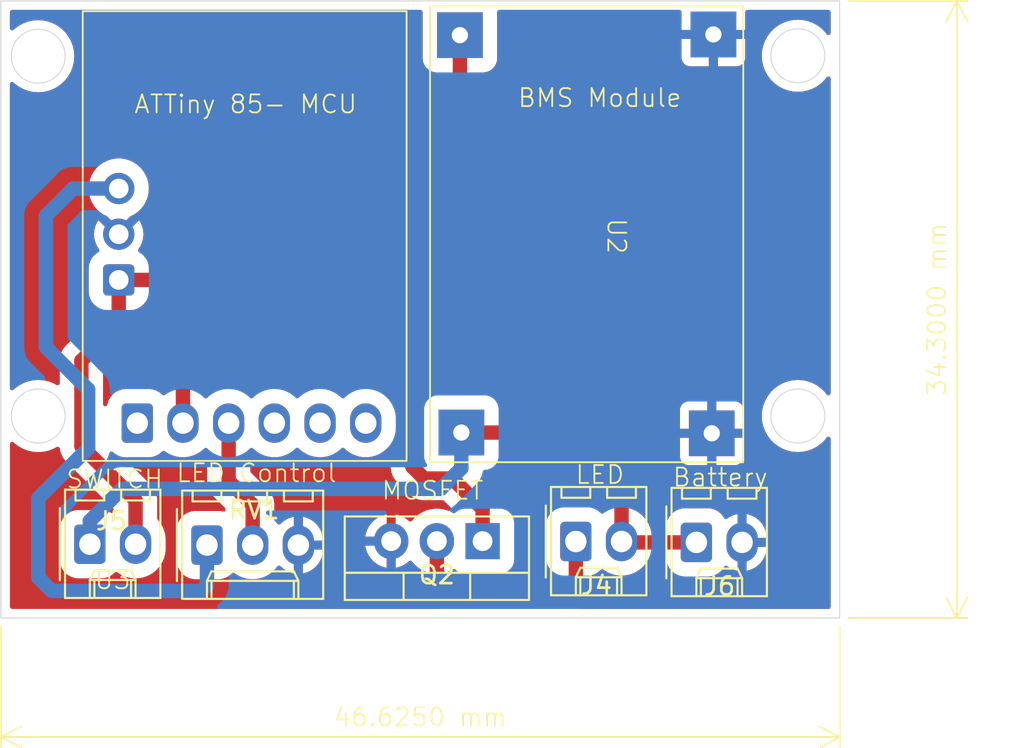
<source format=kicad_pcb>
(kicad_pcb (version 20240108) (generator "pcbnew") (generator_version "8.0")
  (layers (0 "F.Cu" signal) (31 "B.Cu" signal) (34 "B.Paste" user) (35 "F.Paste" user) (36 "B.SilkS" user "B.Silkscreen") (37 "F.SilkS" user "F.Silkscreen") (38 "B.Mask" user) (39 "F.Mask" user) (44 "Edge.Cuts" user))
  (net 0 "")
  (net 1 "GND")
  (net 2 "Net-(Q2-D)")
  (net 3 "VCC")
  (net 4 "VBUS")
  (net 5 "Net-(Q2-G)")
  (net 6 "+5V")
  (net 7 "ADC_IN")
  (footprint "Connector_Molex:Molex_KK-254_AE-6410-02A_1x02_P2.54mm_Vertical" (layer "F.Cu") (at 150.385 54.525)
    (property "Reference" "J6" (at 1.295 2.435 0) (layer "F.SilkS"))
    (property "Value" "Battery")
    (fp_line (start -1.67 -2) (end -1.67 2) (stroke (width 0.12)) (layer "F.SilkS"))
    (fp_line (start -1.38 -3.03) (end -1.38 2.99) (stroke (width 0.12)) (layer "F.SilkS"))
    (fp_line (start -1.38 2.99) (end 3.92 2.99) (stroke (width 0.12)) (layer "F.SilkS"))
    (fp_line (start -0.8 -3.03) (end -0.8 -2.43) (stroke (width 0.12)) (layer "F.SilkS"))
    (fp_line (start -0.8 -2.43) (end 0.8 -2.43) (stroke (width 0.12)) (layer "F.SilkS"))
    (fp_line (start 0 1.99) (end 0.25 1.46) (stroke (width 0.12)) (layer "F.SilkS"))
    (fp_line (start 0 1.99) (end 2.54 1.99) (stroke (width 0.12)) (layer "F.SilkS"))
    (fp_line (start 0 2.99) (end 0 1.99) (stroke (width 0.12)) (layer "F.SilkS"))
    (fp_line (start 0.25 1.46) (end 2.29 1.46) (stroke (width 0.12)) (layer "F.SilkS"))
    (fp_line (start 0.25 2.99) (end 0.25 1.99) (stroke (width 0.12)) (layer "F.SilkS"))
    (fp_line (start 0.8 -2.43) (end 0.8 -3.03) (stroke (width 0.12)) (layer "F.SilkS"))
    (fp_line (start 1.74 -3.03) (end 1.74 -2.43) (stroke (width 0.12)) (layer "F.SilkS"))
    (fp_line (start 1.74 -2.43) (end 3.34 -2.43) (stroke (width 0.12)) (layer "F.SilkS"))
    (fp_line (start 2.29 1.46) (end 2.54 1.99) (stroke (width 0.12)) (layer "F.SilkS"))
    (fp_line (start 2.29 2.99) (end 2.29 1.99) (stroke (width 0.12)) (layer "F.SilkS"))
    (fp_line (start 2.54 1.99) (end 2.54 2.99) (stroke (width 0.12)) (layer "F.SilkS"))
    (fp_line (start 3.34 -2.43) (end 3.34 -3.03) (stroke (width 0.12)) (layer "F.SilkS"))
    (fp_line (start 3.92 -3.03) (end -1.38 -3.03) (stroke (width 0.12)) (layer "F.SilkS"))
    (fp_line (start 3.92 2.99) (end 3.92 -3.03) (stroke (width 0.12)) (layer "F.SilkS"))
    (pad "1" thru_hole roundrect (at 0 0) (size 1.74 2.19) (drill 1.19) (layers "*.Cu" "*.Mask") (roundrect_rratio 0.143678) (net 3 "VCC"))
    (pad "2" thru_hole oval (at 2.54 0) (size 1.74 2.19) (drill 1.19) (layers "*.Cu" "*.Mask") (net 1 "GND"))
  )
  (footprint "User:TP5100" (layer "F.Cu") (at 145.45 37.5 -90)
    (property "Reference" "U2" (at 0 -0.5 -90) (layer "F.SilkS") (effects (font (thickness 0.1))))
    (property "Value" "~")
    (fp_rect (start -12.77 -7.54) (end 12.57 9.87) (stroke (width 0.1)) (fill none) (layer "F.SilkS"))
    (pad "1" thru_hole rect (at -11.17 8.21 270) (size 2.54 2.54) (drill 0.9) (layers "*.Cu" "*.Mask") (net 4 "VBUS"))
    (pad "2" thru_hole rect (at -11.21 -5.88 270) (size 2.54 2.54) (drill 0.9) (layers "*.Cu" "*.Mask") (net 1 "GND"))
    (pad "3" thru_hole rect (at 10.92 8.13 270) (size 2.54 2.54) (drill 0.9) (layers "*.Cu" "*.Mask") (net 3 "VCC"))
    (pad "4" thru_hole rect (at 10.96 -5.79 270) (size 2.54 2.54) (drill 0.9) (layers "*.Cu" "*.Mask") (net 1 "GND"))
  )
  (footprint "Connector_Molex:Molex_KK-254_AE-6410-02A_1x02_P2.54mm_Vertical" (layer "F.Cu") (at 116.67 54.625)
    (property "Reference" "J5" (at 1.2 -1.285 0) (layer "F.SilkS"))
    (property "Value" "Switch")
    (fp_line (start -1.67 -2) (end -1.67 2) (stroke (width 0.12)) (layer "F.SilkS"))
    (fp_line (start -1.38 -3.03) (end -1.38 2.99) (stroke (width 0.12)) (layer "F.SilkS"))
    (fp_line (start -1.38 2.99) (end 3.92 2.99) (stroke (width 0.12)) (layer "F.SilkS"))
    (fp_line (start -0.8 -3.03) (end -0.8 -2.43) (stroke (width 0.12)) (layer "F.SilkS"))
    (fp_line (start -0.8 -2.43) (end 0.8 -2.43) (stroke (width 0.12)) (layer "F.SilkS"))
    (fp_line (start 0 1.99) (end 0.25 1.46) (stroke (width 0.12)) (layer "F.SilkS"))
    (fp_line (start 0 1.99) (end 2.54 1.99) (stroke (width 0.12)) (layer "F.SilkS"))
    (fp_line (start 0 2.99) (end 0 1.99) (stroke (width 0.12)) (layer "F.SilkS"))
    (fp_line (start 0.25 1.46) (end 2.29 1.46) (stroke (width 0.12)) (layer "F.SilkS"))
    (fp_line (start 0.25 2.99) (end 0.25 1.99) (stroke (width 0.12)) (layer "F.SilkS"))
    (fp_line (start 0.8 -2.43) (end 0.8 -3.03) (stroke (width 0.12)) (layer "F.SilkS"))
    (fp_line (start 1.74 -3.03) (end 1.74 -2.43) (stroke (width 0.12)) (layer "F.SilkS"))
    (fp_line (start 1.74 -2.43) (end 3.34 -2.43) (stroke (width 0.12)) (layer "F.SilkS"))
    (fp_line (start 2.29 1.46) (end 2.54 1.99) (stroke (width 0.12)) (layer "F.SilkS"))
    (fp_line (start 2.29 2.99) (end 2.29 1.99) (stroke (width 0.12)) (layer "F.SilkS"))
    (fp_line (start 2.54 1.99) (end 2.54 2.99) (stroke (width 0.12)) (layer "F.SilkS"))
    (fp_line (start 3.34 -2.43) (end 3.34 -3.03) (stroke (width 0.12)) (layer "F.SilkS"))
    (fp_line (start 3.92 -3.03) (end -1.38 -3.03) (stroke (width 0.12)) (layer "F.SilkS"))
    (fp_line (start 3.92 2.99) (end 3.92 -3.03) (stroke (width 0.12)) (layer "F.SilkS"))
    (pad "1" thru_hole roundrect (at 0 0) (size 1.74 2.19) (drill 1.19) (layers "*.Cu" "*.Mask") (roundrect_rratio 0.143678) (net 3 "VCC"))
    (pad "2" thru_hole oval (at 2.54 0) (size 1.74 2.19) (drill 1.19) (layers "*.Cu" "*.Mask") (net 4 "VBUS"))
  )
  (footprint "gynoCam:attiny85-digispark" (layer "F.Cu") (at 112.635 51.715)
    (property "Reference" "U3" (at 5.305 4.9 0) (layer "F.SilkS") (effects (font (thickness 0.1))))
    (property "Value" "~")
    (fp_rect (start 3.64 -26.72) (end 21.64 -1.72) (stroke (width 0.1)) (fill none) (layer "F.SilkS"))
    (pad "1" thru_hole circle (at 5.64 -16.86 90) (size 1.74 1.74) (drill 1.09) (layers "*.Cu" "*.Mask") (net 6 "+5V"))
    (pad "2" thru_hole circle (at 5.64 -14.32 90) (size 1.74 1.74) (drill 1.09) (layers "*.Cu" "*.Mask") (net 1 "GND"))
    (pad "3" thru_hole roundrect (at 5.64 -11.78 90) (size 1.74 1.74) (drill 1.09) (layers "*.Cu" "*.Mask") (roundrect_rratio 0.143678) (net 4 "VBUS"))
    (pad "4" thru_hole roundrect (at 6.67 -3.82) (size 1.74 2.19) (drill 1.19) (layers "*.Cu" "*.Mask") (roundrect_rratio 0.143678))
    (pad "5" thru_hole oval (at 9.21 -3.82) (size 1.74 2.19) (drill 1.19) (layers "*.Cu" "*.Mask") (net 5 "Net-(Q2-G)"))
    (pad "6" thru_hole oval (at 11.75 -3.82) (size 1.74 2.19) (drill 1.19) (layers "*.Cu" "*.Mask") (net 7 "ADC_IN"))
    (pad "7" thru_hole oval (at 14.29 -3.82) (size 1.74 2.19) (drill 1.19) (layers "*.Cu" "*.Mask"))
    (pad "8" thru_hole oval (at 16.83 -3.82) (size 1.74 2.19) (drill 1.19) (layers "*.Cu" "*.Mask"))
    (pad "9" thru_hole oval (at 19.37 -3.82) (size 1.74 2.19) (drill 1.19) (layers "*.Cu" "*.Mask"))
  )
  (footprint "Package_TO_SOT_THT:TO-220-3_Vertical" (layer "F.Cu") (at 138.5 54.455 180)
    (property "Reference" "Q2" (at 2.54 -1.88 0) (layer "F.SilkS"))
    (property "Value" "IRLZ44N")
    (fp_line (start 7.66 -3.27) (end 7.66 1.371) (stroke (width 0.12)) (layer "F.SilkS"))
    (fp_line (start 4.391 -3.27) (end 4.391 -1.76) (stroke (width 0.12)) (layer "F.SilkS"))
    (fp_line (start 0.69 -3.27) (end 0.69 -1.76) (stroke (width 0.12)) (layer "F.SilkS"))
    (fp_line (start -2.58 1.371) (end 7.66 1.371) (stroke (width 0.12)) (layer "F.SilkS"))
    (fp_line (start -2.58 -1.76) (end 7.66 -1.76) (stroke (width 0.12)) (layer "F.SilkS"))
    (fp_line (start -2.58 -3.27) (end 7.66 -3.27) (stroke (width 0.12)) (layer "F.SilkS"))
    (fp_line (start -2.58 -3.27) (end -2.58 1.371) (stroke (width 0.12)) (layer "F.SilkS"))
    (pad "1" thru_hole rect (at 0 0 180) (size 1.905 2) (drill 1.1) (layers "*.Cu" "*.Mask") (net 5 "Net-(Q2-G)"))
    (pad "2" thru_hole oval (at 2.54 0 180) (size 1.905 2) (drill 1.1) (layers "*.Cu" "*.Mask") (net 2 "Net-(Q2-D)"))
    (pad "3" thru_hole oval (at 5.08 0 180) (size 1.905 2) (drill 1.1) (layers "*.Cu" "*.Mask") (net 1 "GND"))
  )
  (footprint "Connector_Molex:Molex_KK-254_AE-6410-02A_1x02_P2.54mm_Vertical" (layer "F.Cu") (at 143.685 54.475)
    (property "Reference" "J4" (at 1.145 2.445 0) (layer "F.SilkS"))
    (property "Value" "Led")
    (fp_line (start -1.67 -2) (end -1.67 2) (stroke (width 0.12)) (layer "F.SilkS"))
    (fp_line (start -1.38 -3.03) (end -1.38 2.99) (stroke (width 0.12)) (layer "F.SilkS"))
    (fp_line (start -1.38 2.99) (end 3.92 2.99) (stroke (width 0.12)) (layer "F.SilkS"))
    (fp_line (start -0.8 -3.03) (end -0.8 -2.43) (stroke (width 0.12)) (layer "F.SilkS"))
    (fp_line (start -0.8 -2.43) (end 0.8 -2.43) (stroke (width 0.12)) (layer "F.SilkS"))
    (fp_line (start 0 1.99) (end 0.25 1.46) (stroke (width 0.12)) (layer "F.SilkS"))
    (fp_line (start 0 1.99) (end 2.54 1.99) (stroke (width 0.12)) (layer "F.SilkS"))
    (fp_line (start 0 2.99) (end 0 1.99) (stroke (width 0.12)) (layer "F.SilkS"))
    (fp_line (start 0.25 1.46) (end 2.29 1.46) (stroke (width 0.12)) (layer "F.SilkS"))
    (fp_line (start 0.25 2.99) (end 0.25 1.99) (stroke (width 0.12)) (layer "F.SilkS"))
    (fp_line (start 0.8 -2.43) (end 0.8 -3.03) (stroke (width 0.12)) (layer "F.SilkS"))
    (fp_line (start 1.74 -3.03) (end 1.74 -2.43) (stroke (width 0.12)) (layer "F.SilkS"))
    (fp_line (start 1.74 -2.43) (end 3.34 -2.43) (stroke (width 0.12)) (layer "F.SilkS"))
    (fp_line (start 2.29 1.46) (end 2.54 1.99) (stroke (width 0.12)) (layer "F.SilkS"))
    (fp_line (start 2.29 2.99) (end 2.29 1.99) (stroke (width 0.12)) (layer "F.SilkS"))
    (fp_line (start 2.54 1.99) (end 2.54 2.99) (stroke (width 0.12)) (layer "F.SilkS"))
    (fp_line (start 3.34 -2.43) (end 3.34 -3.03) (stroke (width 0.12)) (layer "F.SilkS"))
    (fp_line (start 3.92 -3.03) (end -1.38 -3.03) (stroke (width 0.12)) (layer "F.SilkS"))
    (fp_line (start 3.92 2.99) (end 3.92 -3.03) (stroke (width 0.12)) (layer "F.SilkS"))
    (pad "1" thru_hole roundrect (at 0 0) (size 1.74 2.19) (drill 1.19) (layers "*.Cu" "*.Mask") (roundrect_rratio 0.143678) (net 2 "Net-(Q2-D)"))
    (pad "2" thru_hole oval (at 2.54 0) (size 1.74 2.19) (drill 1.19) (layers "*.Cu" "*.Mask") (net 3 "VCC"))
  )
  (footprint "Connector_Molex:Molex_KK-254_AE-6410-03A_1x03_P2.54mm_Vertical" (layer "F.Cu") (at 123.18 54.675)
    (property "Reference" "RV1" (at 2.62 -1.955 0) (layer "F.SilkS"))
    (property "Value" "R_Potentiometer_US")
    (fp_line (start -1.67 -2) (end -1.67 2) (stroke (width 0.12)) (layer "F.SilkS"))
    (fp_line (start -1.38 -3.03) (end -1.38 2.99) (stroke (width 0.12)) (layer "F.SilkS"))
    (fp_line (start -1.38 2.99) (end 6.46 2.99) (stroke (width 0.12)) (layer "F.SilkS"))
    (fp_line (start -0.8 -3.03) (end -0.8 -2.43) (stroke (width 0.12)) (layer "F.SilkS"))
    (fp_line (start -0.8 -2.43) (end 0.8 -2.43) (stroke (width 0.12)) (layer "F.SilkS"))
    (fp_line (start 0 1.99) (end 0.25 1.46) (stroke (width 0.12)) (layer "F.SilkS"))
    (fp_line (start 0 1.99) (end 5.08 1.99) (stroke (width 0.12)) (layer "F.SilkS"))
    (fp_line (start 0 2.99) (end 0 1.99) (stroke (width 0.12)) (layer "F.SilkS"))
    (fp_line (start 0.25 1.46) (end 4.83 1.46) (stroke (width 0.12)) (layer "F.SilkS"))
    (fp_line (start 0.25 2.99) (end 0.25 1.99) (stroke (width 0.12)) (layer "F.SilkS"))
    (fp_line (start 0.8 -2.43) (end 0.8 -3.03) (stroke (width 0.12)) (layer "F.SilkS"))
    (fp_line (start 1.74 -3.03) (end 1.74 -2.43) (stroke (width 0.12)) (layer "F.SilkS"))
    (fp_line (start 1.74 -2.43) (end 3.34 -2.43) (stroke (width 0.12)) (layer "F.SilkS"))
    (fp_line (start 3.34 -2.43) (end 3.34 -3.03) (stroke (width 0.12)) (layer "F.SilkS"))
    (fp_line (start 4.28 -3.03) (end 4.28 -2.43) (stroke (width 0.12)) (layer "F.SilkS"))
    (fp_line (start 4.28 -2.43) (end 5.88 -2.43) (stroke (width 0.12)) (layer "F.SilkS"))
    (fp_line (start 4.83 1.46) (end 5.08 1.99) (stroke (width 0.12)) (layer "F.SilkS"))
    (fp_line (start 4.83 2.99) (end 4.83 1.99) (stroke (width 0.12)) (layer "F.SilkS"))
    (fp_line (start 5.08 1.99) (end 5.08 2.99) (stroke (width 0.12)) (layer "F.SilkS"))
    (fp_line (start 5.88 -2.43) (end 5.88 -3.03) (stroke (width 0.12)) (layer "F.SilkS"))
    (fp_line (start 6.46 -3.03) (end -1.38 -3.03) (stroke (width 0.12)) (layer "F.SilkS"))
    (fp_line (start 6.46 2.99) (end 6.46 -3.03) (stroke (width 0.12)) (layer "F.SilkS"))
    (pad "1" thru_hole roundrect (at 0 0) (size 1.74 2.19) (drill 1.19) (layers "*.Cu" "*.Mask") (roundrect_rratio 0.143678) (net 6 "+5V"))
    (pad "2" thru_hole oval (at 2.54 0) (size 1.74 2.19) (drill 1.19) (layers "*.Cu" "*.Mask") (net 7 "ADC_IN"))
    (pad "3" thru_hole oval (at 5.08 0) (size 1.74 2.19) (drill 1.19) (layers "*.Cu" "*.Mask") (net 1 "GND"))
  )
  (gr_rect (start 111.725 24.425) (end 158.35 58.725) (stroke (width 0.05)) (fill none) (layer "Edge.Cuts"))
  (gr_circle (center 113.8 27.5) (end 115.3 27.5) (stroke (width 0.05)) (fill none) (layer "Edge.Cuts"))
  (gr_circle (center 156.025 47.5) (end 157.525 47.5) (stroke (width 0.05)) (fill none) (layer "Edge.Cuts"))
  (gr_circle (center 156.025 27.475) (end 157.525 27.475) (stroke (width 0.05)) (fill none) (layer "Edge.Cuts"))
  (gr_circle (center 113.8 47.5) (end 115.3 47.5) (stroke (width 0.05)) (fill none) (layer "Edge.Cuts"))
  (gr_text "LED Control" (at 121.41 51.255 0) (layer "F.SilkS") (effects (font (size 1 1) (thickness 0.1)) (justify left bottom)))
  (gr_text "ATTiny 85- MCU" (at 119.075 30.75 0) (layer "F.SilkS") (effects (font (size 1 1) (thickness 0.1)) (justify left bottom)))
  (gr_text "BMS Module" (at 140.4 30.4 0) (layer "F.SilkS") (effects (font (size 1 1) (thickness 0.1)) (justify left bottom)))
  (gr_text "Battery" (at 149.005 51.495 0) (layer "F.SilkS") (effects (font (size 1 1) (thickness 0.1)) (justify left bottom)))
  (gr_text "LED" (at 143.6 51.35 0) (layer "F.SilkS") (effects (font (size 1 1) (thickness 0.1)) (justify left bottom)))
  (gr_text "SWITCH" (at 115.29 51.595 0) (layer "F.SilkS") (effects (font (size 1 1) (thickness 0.1)) (justify left bottom)))
  (gr_text "MOSFET" (at 132.825 52.225 0) (layer "F.SilkS") (effects (font (size 1 1) (thickness 0.1)) (justify left bottom)))
  (dimension (type aligned) (layer "F.SilkS") (pts (xy 158.35 24.425) (xy 158.35 58.725)) (height -6.51) (gr_text "34.3000 mm" (at 163.76 41.575 90) (layer "F.SilkS") (effects (font (size 1 1) (thickness 0.1)))) (format (prefix "") (suffix "") (units 3) (units_format 1) (precision 4)) (style (thickness 0.1) (arrow_length 1.27) (text_position_mode 0) (extension_height 0.58642) (extension_offset 0.5) keep_text_aligned))
  (dimension (type aligned) (layer "F.SilkS") (pts (xy 111.725 58.725) (xy 158.35 58.725)) (height 6.615) (gr_text "46.6250 mm" (at 135.0375 64.24 0) (layer "F.SilkS") (effects (font (size 1 1) (thickness 0.1)))) (format (prefix "") (suffix "") (units 3) (units_format 1) (precision 4)) (style (thickness 0.1) (arrow_length 1.27) (text_position_mode 0) (extension_height 0.58642) (extension_offset 0.5) keep_text_aligned))
  (segment (start 135.96 54.455) (end 135.96 56.2675) (width 0.8) (layer "F.Cu") (net 2))
  (segment (start 136.5925 56.9) (end 143.3 56.9) (width 0.8) (layer "F.Cu") (net 2))
  (segment (start 143.685 56.515) (end 143.685 54.475) (width 0.8) (layer "F.Cu") (net 2))
  (segment (start 143.3 56.9) (end 143.685 56.515) (width 0.8) (layer "F.Cu") (net 2))
  (segment (start 135.96 56.2675) (end 136.5925 56.9) (width 0.8) (layer "F.Cu") (net 2))
  (segment (start 146.275 54.525) (end 146.225 54.475) (width 0.8) (layer "F.Cu") (net 3))
  (segment (start 150.385 54.525) (end 146.275 54.525) (width 0.8) (layer "F.Cu") (net 3))
  (segment (start 144.845 48.42) (end 137.32 48.42) (width 0.8) (layer "F.Cu") (net 3))
  (segment (start 146.225 49.8) (end 144.845 48.42) (width 0.8) (layer "F.Cu") (net 3))
  (segment (start 146.225 54.475) (end 146.225 49.8) (width 0.8) (layer "F.Cu") (net 3))
  (segment (start 116.67 53.33) (end 118.45 51.55) (width 0.8) (layer "B.Cu") (net 3))
  (segment (start 137.32 50.405) (end 137.32 48.42) (width 0.8) (layer "B.Cu") (net 3))
  (segment (start 116.67 54.625) (end 116.67 53.33) (width 0.8) (layer "B.Cu") (net 3))
  (segment (start 118.45 51.55) (end 136.175 51.55) (width 0.8) (layer "B.Cu") (net 3))
  (segment (start 136.175 51.55) (end 137.32 50.405) (width 0.8) (layer "B.Cu") (net 3))
  (segment (start 137.24 34.935) (end 137.24 26.33) (width 0.8) (layer "F.Cu") (net 4))
  (segment (start 118.275 42.35) (end 118.275 39.935) (width 0.8) (layer "F.Cu") (net 4))
  (segment (start 118.275 39.935) (end 132.74 39.935) (width 0.8) (layer "F.Cu") (net 4))
  (segment (start 137.05 35.625) (end 137.05 35.125) (width 0.8) (layer "F.Cu") (net 4))
  (segment (start 119.21 54.625) (end 119.21 52.185) (width 0.8) (layer "F.Cu") (net 4))
  (segment (start 132.74 39.935) (end 137.05 35.625) (width 0.8) (layer "F.Cu") (net 4))
  (segment (start 137.05 35.125) (end 137.24 34.935) (width 0.8) (layer "F.Cu") (net 4))
  (segment (start 116.200891 49.175891) (end 116.200891 44.424109) (width 0.8) (layer "F.Cu") (net 4))
  (segment (start 119.21 52.185) (end 116.200891 49.175891) (width 0.8) (layer "F.Cu") (net 4))
  (segment (start 116.200891 44.424109) (end 118.275 42.35) (width 0.8) (layer "F.Cu") (net 4))
  (segment (start 122.775 44.05) (end 121.845 44.98) (width 0.8) (layer "F.Cu") (net 5))
  (segment (start 121.845 44.98) (end 121.845 47.895) (width 0.8) (layer "F.Cu") (net 5))
  (segment (start 132.975 44.05) (end 122.775 44.05) (width 0.8) (layer "F.Cu") (net 5))
  (segment (start 138.5 52.655) (end 136.82 50.975) (width 0.8) (layer "F.Cu") (net 5))
  (segment (start 138.5 54.455) (end 138.5 52.655) (width 0.8) (layer "F.Cu") (net 5))
  (segment (start 136.82 50.975) (end 135.25 50.975) (width 0.8) (layer "F.Cu") (net 5))
  (segment (start 135.25 50.975) (end 134.6 50.325) (width 0.8) (layer "F.Cu") (net 5))
  (segment (start 134.6 45.675) (end 132.975 44.05) (width 0.8) (layer "F.Cu") (net 5))
  (segment (start 134.6 50.325) (end 134.6 45.675) (width 0.8) (layer "F.Cu") (net 5))
  (segment (start 113.8 56.475) (end 113.8 52.075) (width 0.8) (layer "B.Cu") (net 6))
  (segment (start 114.225 43.675) (end 114.225 36.375) (width 0.8) (layer "B.Cu") (net 6))
  (segment (start 114.225 36.375) (end 115.745 34.855) (width 0.8) (layer "B.Cu") (net 6))
  (segment (start 123.18 54.675) (end 123.18 56.92) (width 0.8) (layer "B.Cu") (net 6))
  (segment (start 113.8 52.075) (end 116.575 49.3) (width 0.8) (layer "B.Cu") (net 6))
  (segment (start 116.575 49.3) (end 116.575 46.025) (width 0.8) (layer "B.Cu") (net 6))
  (segment (start 116.575 46.025) (end 114.225 43.675) (width 0.8) (layer "B.Cu") (net 6))
  (segment (start 123.18 56.92) (end 122.875 57.225) (width 0.8) (layer "B.Cu") (net 6))
  (segment (start 115.745 34.855) (end 118.275 34.855) (width 0.8) (layer "B.Cu") (net 6))
  (segment (start 114.55 57.225) (end 113.8 56.475) (width 0.8) (layer "B.Cu") (net 6))
  (segment (start 122.875 57.225) (end 114.55 57.225) (width 0.8) (layer "B.Cu") (net 6))
  (segment (start 124.385 51.11) (end 124.385 47.895) (width 0.8) (layer "F.Cu") (net 7))
  (segment (start 125.72 52.445) (end 124.385 51.11) (width 0.8) (layer "F.Cu") (net 7))
  (segment (start 125.72 54.675) (end 125.72 52.445) (width 0.8) (layer "F.Cu") (net 7))
  (zone (net 1) (net_name "GND") (layers "F&B.Cu") (connect_pads (clearance 0.5)) (min_thickness 0.25) (fill yes (thermal_gap 0.5) (thermal_bridge_width 0.5))
    (polygon (pts (xy 111.725 24.425) (xy 158.35 24.425) (xy 158.35 58.725) (xy 111.725 58.725)))
  )
)
</source>
